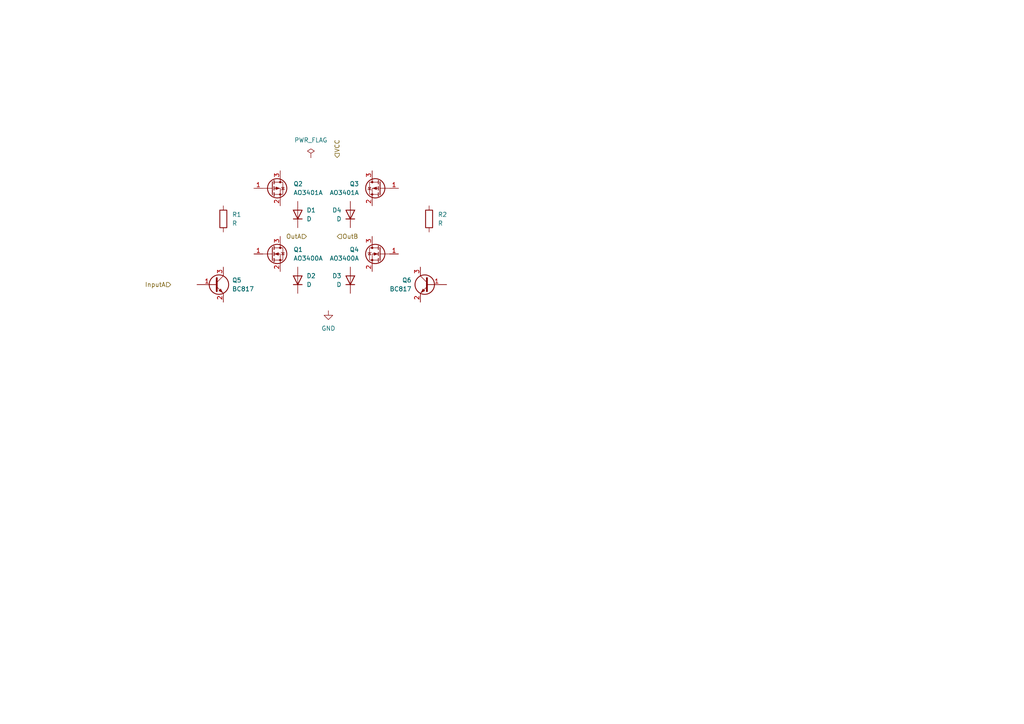
<source format=kicad_sch>
(kicad_sch (version 20231120) (generator "eeschema") (generator_version "8.0")
  (paper "A4")
  (lib_symbols
    (symbol "Device:D" (pin_numbers hide) (pin_names (offset 1.016) hide)
      (property "Reference" "D" (at 0 2.54 0))
      (property "Value" "D" (at 0 -2.54 0))
      (symbol "D_0_1"
        (polyline (pts (xy -1.27 1.27) (xy -1.27 -1.27)) (stroke (width 0.254)))
        (polyline (pts (xy 1.27 0) (xy -1.27 0)))
        (polyline (pts (xy 1.27 1.27) (xy 1.27 -1.27) (xy -1.27 0) (xy 1.27 1.27)) (stroke (width 0.254)))
      )
      (symbol "D_1_1"
        (pin passive line (at -3.81 0 0) (length 2.54) (name "K") (number "1"))
        (pin passive line (at 3.81 0 180) (length 2.54) (name "A") (number "2"))
      )
    )
    (symbol "Device:R" (pin_numbers hide) (pin_names (offset 0))
      (property "Reference" "R" (at 2.032 0 90))
      (property "Value" "R" (at 0 0 90))
      (symbol "R_0_1"
        (rectangle (start -1.016 -2.54) (end 1.016 2.54) (stroke (width 0.254)))
      )
      (symbol "R_1_1"
        (pin passive line (at 0 3.81 270) (length 1.27) (name "~") (number "1"))
        (pin passive line (at 0 -3.81 90) (length 1.27) (name "~") (number "2"))
      )
    )
    (symbol "Transistor_BJT:BC817" (pin_names (offset 0) hide)
      (property "Reference" "Q" (at 5.08 1.905 0))
      (property "Value" "BC817" (at 5.08 0 0))
      (symbol "BC817_0_1"
        (polyline (pts (xy 0.635 0.635) (xy 2.54 2.54)))
        (polyline (pts (xy 0.635 -0.635) (xy 2.54 -2.54) (xy 2.54 -2.54)))
        (polyline (pts (xy 0.635 1.905) (xy 0.635 -1.905) (xy 0.635 -1.905)) (stroke (width 0.508)))
        (polyline (pts (xy 1.27 -1.778) (xy 1.778 -1.27) (xy 2.286 -2.286) (xy 1.27 -1.778) (xy 1.27 -1.778)) (fill (type outline)))
        (circle (center 1.27 0) (radius 2.8194) (stroke (width 0.254)))
      )
      (symbol "BC817_1_1"
        (pin input line (at -5.08 0 0) (length 5.715) (name "B") (number "1"))
        (pin passive line (at 2.54 -5.08 90) (length 2.54) (name "E") (number "2"))
        (pin passive line (at 2.54 5.08 270) (length 2.54) (name "C") (number "3"))
      )
    )
    (symbol "Transistor_FET:AO3400A" (pin_names hide)
      (property "Reference" "Q" (at 5.08 1.905 0))
      (property "Value" "AO3400A" (at 5.08 0 0))
      (symbol "AO3400A_0_1"
        (polyline (pts (xy 0.254 0) (xy -2.54 0)))
        (polyline (pts (xy 0.254 1.905) (xy 0.254 -1.905)) (stroke (width 0.254)))
        (polyline (pts (xy 0.762 -1.27) (xy 0.762 -2.286)) (stroke (width 0.254)))
        (polyline (pts (xy 0.762 0.508) (xy 0.762 -0.508)) (stroke (width 0.254)))
        (polyline (pts (xy 0.762 2.286) (xy 0.762 1.27)) (stroke (width 0.254)))
        (polyline (pts (xy 2.54 2.54) (xy 2.54 1.778)))
        (polyline (pts (xy 2.54 -2.54) (xy 2.54 0) (xy 0.762 0)))
        (polyline (pts (xy 0.762 -1.778) (xy 3.302 -1.778) (xy 3.302 1.778) (xy 0.762 1.778)))
        (polyline (pts (xy 1.016 0) (xy 2.032 0.381) (xy 2.032 -0.381) (xy 1.016 0)) (fill (type outline)))
        (polyline (pts (xy 2.794 0.508) (xy 2.921 0.381) (xy 3.683 0.381) (xy 3.81 0.254)))
        (polyline (pts (xy 3.302 0.381) (xy 2.921 -0.254) (xy 3.683 -0.254) (xy 3.302 0.381)))
        (circle (center 1.651 0) (radius 2.794) (stroke (width 0.254)))
        (circle (center 2.54 -1.778) (radius 0.254) (fill (type outline)))
        (circle (center 2.54 1.778) (radius 0.254) (fill (type outline)))
      )
      (symbol "AO3400A_1_1"
        (pin input line (at -5.08 0 0) (length 2.54) (name "G") (number "1"))
        (pin passive line (at 2.54 -5.08 90) (length 2.54) (name "S") (number "2"))
        (pin passive line (at 2.54 5.08 270) (length 2.54) (name "D") (number "3"))
      )
    )
    (symbol "Transistor_FET:AO3401A" (pin_names hide)
      (property "Reference" "Q" (at 5.08 1.905 0))
      (property "Value" "AO3401A" (at 5.08 0 0))
      (symbol "AO3401A_0_1"
        (polyline (pts (xy 0.254 0) (xy -2.54 0)))
        (polyline (pts (xy 0.254 1.905) (xy 0.254 -1.905)) (stroke (width 0.254)))
        (polyline (pts (xy 0.762 -1.27) (xy 0.762 -2.286)) (stroke (width 0.254)))
        (polyline (pts (xy 0.762 0.508) (xy 0.762 -0.508)) (stroke (width 0.254)))
        (polyline (pts (xy 0.762 2.286) (xy 0.762 1.27)) (stroke (width 0.254)))
        (polyline (pts (xy 2.54 2.54) (xy 2.54 1.778)))
        (polyline (pts (xy 2.54 -2.54) (xy 2.54 0) (xy 0.762 0)))
        (polyline (pts (xy 0.762 1.778) (xy 3.302 1.778) (xy 3.302 -1.778) (xy 0.762 -1.778)))
        (polyline (pts (xy 2.286 0) (xy 1.27 0.381) (xy 1.27 -0.381) (xy 2.286 0)) (fill (type outline)))
        (polyline (pts (xy 2.794 -0.508) (xy 2.921 -0.381) (xy 3.683 -0.381) (xy 3.81 -0.254)))
        (polyline (pts (xy 3.302 -0.381) (xy 2.921 0.254) (xy 3.683 0.254) (xy 3.302 -0.381)))
        (circle (center 1.651 0) (radius 2.794) (stroke (width 0.254)))
        (circle (center 2.54 -1.778) (radius 0.254) (fill (type outline)))
        (circle (center 2.54 1.778) (radius 0.254) (fill (type outline)))
      )
      (symbol "AO3401A_1_1"
        (pin input line (at -5.08 0 0) (length 2.54) (name "G") (number "1"))
        (pin passive line (at 2.54 -5.08 90) (length 2.54) (name "S") (number "2"))
        (pin passive line (at 2.54 5.08 270) (length 2.54) (name "D") (number "3"))
      )
    )
    (symbol "power:GND" (power) (pin_numbers hide) (pin_names (offset 0) hide)
      (property "Value" "GND" (at 0 -3.81 0))
      (symbol "GND_0_1"
        (polyline (pts (xy 0 0) (xy 0 -1.27) (xy 1.27 -1.27) (xy 0 -2.54) (xy -1.27 -1.27) (xy 0 -1.27)))
      )
      (symbol "GND_1_1"
        (pin power_in line (at 0 0 270) (length 0) (name "~") (number "1"))
      )
    )
    (symbol "power:PWR_FLAG" (power) (pin_numbers hide) (pin_names (offset 0) hide)
      (property "Value" "PWR_FLAG" (at 0 3.81 0))
      (symbol "PWR_FLAG_0_0"
        (pin power_out line (at 0 0 90) (length 0) (name "~") (number "1"))
      )
      (symbol "PWR_FLAG_0_1"
        (polyline (pts (xy 0 0) (xy 0 1.27) (xy -1.016 1.905) (xy 0 2.54) (xy 1.016 1.905) (xy 0 1.27)))
      )
    )
  )
  (hierarchical_label "OutA" (shape input) (at 88.9 68.58 180))
  (hierarchical_label "InputA" (shape input) (at 49.53 82.55 180))
  (hierarchical_label "OutB" (shape input) (at 97.79 68.58 0))
  (hierarchical_label "VCC" (shape input) (at 97.79 45.72 90))
  (symbol (lib_id "Transistor_BJT:BC817") (at 124.46 82.55 0) (mirror y) (unit 1)
    (property "Reference" "Q6" (at 119.38 81.2799 0) (effects (justify left)))
    (property "Value" "BC817" (at 119.38 83.8199 0) (effects (justify left)))
    (property "Footprint" "Package_TO_SOT_SMD:SOT-23" (effects (hide yes)))
    (property "Datasheet" "https://www.onsemi.com/pub/Collateral/BC818-D.pdf" (effects (hide yes)))
    (property "Description" "0.8A Ic, 45V Vce, NPN Transistor, SOT-23" (effects (hide yes)))
  )
  (symbol (lib_id "Transistor_FET:AO3401A") (at 78.74 54.61 0) (unit 1)
    (property "Reference" "Q2" (at 85.09 53.3399 0) (effects (justify left)))
    (property "Value" "AO3401A" (at 85.09 55.8799 0) (effects (justify left)))
    (property "Footprint" "Package_TO_SOT_SMD:SOT-23" (effects (hide yes)))
    (property "Datasheet" "http://www.aosmd.com/pdfs/datasheet/AO3401A.pdf" (effects (hide yes)))
    (property "Description" "-4.0A Id, -30V Vds, P-Channel MOSFET, SOT-23" (effects (hide yes)))
  )
  (symbol (lib_id "Device:D") (at 101.6 81.28 270) (mirror x) (unit 1)
    (property "Reference" "D3" (at 99.06 80.0099 90) (effects (justify right)))
    (property "Value" "D" (at 99.06 82.5499 90) (effects (justify right)))
    (property "Description" "Diode" (effects (hide yes)))
    (property "Sim.Device" "D" (effects (hide yes)))
    (property "Sim.Pins" "1=K 2=A" (effects (hide yes)))
  )
  (symbol (lib_id "Transistor_FET:AO3400A") (at 110.49 73.66 0) (mirror y) (unit 1)
    (property "Reference" "Q4" (at 104.14 72.3899 0) (effects (justify left)))
    (property "Value" "AO3400A" (at 104.14 74.9299 0) (effects (justify left)))
    (property "Footprint" "Package_TO_SOT_SMD:SOT-23" (effects (hide yes)))
    (property "Datasheet" "http://www.aosmd.com/pdfs/datasheet/AO3400A.pdf" (effects (hide yes)))
    (property "Description" "30V Vds, 5.7A Id, N-Channel MOSFET, SOT-23" (effects (hide yes)))
  )
  (symbol (lib_id "Device:D") (at 86.36 81.28 90) (unit 1)
    (property "Reference" "D2" (at 88.9 80.0099 90) (effects (justify right)))
    (property "Value" "D" (at 88.9 82.5499 90) (effects (justify right)))
    (property "Description" "Diode" (effects (hide yes)))
    (property "Sim.Device" "D" (effects (hide yes)))
    (property "Sim.Pins" "1=K 2=A" (effects (hide yes)))
  )
  (symbol (lib_id "power:PWR_FLAG") (at 90.17 45.72 0) (unit 1)
    (property "Reference" "#FLG01" (effects (hide yes)))
    (property "Value" "PWR_FLAG" (at 90.17 40.64 0))
    (property "Description" "Special symbol for telling ERC where power comes from" (effects (hide yes)))
  )
  (symbol (lib_id "Device:D") (at 86.36 62.23 90) (unit 1)
    (property "Reference" "D1" (at 88.9 60.9599 90) (effects (justify right)))
    (property "Value" "D" (at 88.9 63.4999 90) (effects (justify right)))
    (property "Description" "Diode" (effects (hide yes)))
    (property "Sim.Device" "D" (effects (hide yes)))
    (property "Sim.Pins" "1=K 2=A" (effects (hide yes)))
  )
  (symbol (lib_id "Transistor_FET:AO3401A") (at 110.49 54.61 0) (mirror y) (unit 1)
    (property "Reference" "Q3" (at 104.14 53.3399 0) (effects (justify left)))
    (property "Value" "AO3401A" (at 104.14 55.8799 0) (effects (justify left)))
    (property "Footprint" "Package_TO_SOT_SMD:SOT-23" (effects (hide yes)))
    (property "Datasheet" "http://www.aosmd.com/pdfs/datasheet/AO3401A.pdf" (effects (hide yes)))
    (property "Description" "-4.0A Id, -30V Vds, P-Channel MOSFET, SOT-23" (effects (hide yes)))
  )
  (symbol (lib_id "Device:D") (at 101.6 62.23 270) (mirror x) (unit 1)
    (property "Reference" "D4" (at 99.06 60.9599 90) (effects (justify right)))
    (property "Value" "D" (at 99.06 63.4999 90) (effects (justify right)))
    (property "Description" "Diode" (effects (hide yes)))
    (property "Sim.Device" "D" (effects (hide yes)))
    (property "Sim.Pins" "1=K 2=A" (effects (hide yes)))
  )
  (symbol (lib_id "Transistor_FET:AO3400A") (at 78.74 73.66 0) (unit 1)
    (property "Reference" "Q1" (at 85.09 72.3899 0) (effects (justify left)))
    (property "Value" "AO3400A" (at 85.09 74.9299 0) (effects (justify left)))
    (property "Footprint" "Package_TO_SOT_SMD:SOT-23" (effects (hide yes)))
    (property "Datasheet" "http://www.aosmd.com/pdfs/datasheet/AO3400A.pdf" (effects (hide yes)))
    (property "Description" "30V Vds, 5.7A Id, N-Channel MOSFET, SOT-23" (effects (hide yes)))
  )
  (symbol (lib_id "Device:R") (at 64.77 63.5 0) (unit 1)
    (property "Reference" "R1" (at 67.31 62.2299 0) (effects (justify left)))
    (property "Value" "R" (at 67.31 64.7699 0) (effects (justify left)))
    (property "Description" "Resistor" (effects (hide yes)))
  )
  (symbol (lib_id "power:GND") (at 95.25 90.17 0) (unit 1)
    (property "Reference" "#PWR01" (effects (hide yes)))
    (property "Value" "GND" (at 95.25 95.25 0))
    (property "Description" "Power symbol creates a global label with name \"GND\" , ground" (effects (hide yes)))
  )
  (symbol (lib_id "Device:R") (at 124.46 63.5 0) (unit 1)
    (property "Reference" "R2" (at 127 62.2299 0) (effects (justify left)))
    (property "Value" "R" (at 127 64.7699 0) (effects (justify left)))
    (property "Description" "Resistor" (effects (hide yes)))
  )
  (symbol (lib_id "Transistor_BJT:BC817") (at 62.23 82.55 0) (unit 1)
    (property "Reference" "Q5" (at 67.31 81.2799 0) (effects (justify left)))
    (property "Value" "BC817" (at 67.31 83.8199 0) (effects (justify left)))
    (property "Footprint" "Package_TO_SOT_SMD:SOT-23" (effects (hide yes)))
    (property "Datasheet" "https://www.onsemi.com/pub/Collateral/BC818-D.pdf" (effects (hide yes)))
    (property "Description" "0.8A Ic, 45V Vce, NPN Transistor, SOT-23" (effects (hide yes)))
  )
)
</source>
